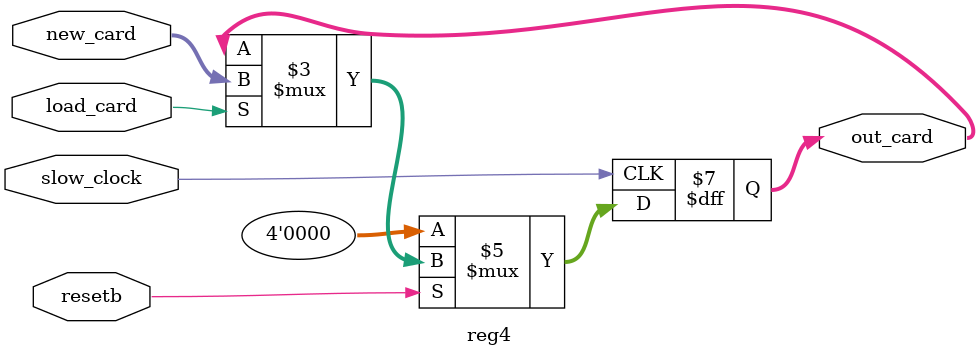
<source format=sv>
module scorehand(input [3:0] card1, input [3:0] card2, input [3:0] card3, output [3:0] total);

// The code describing scorehand will go here.  Remember this is a combinational
// block. The function is described in the handout.  Be sure to review the section
// on representing numbers in the lecture notes.

  reg [3:0] num1;
  reg [3:0] num2;
  reg [3:0] num3;

  always @(card1 or card2 or card3) begin

    if (card1 >= 10 ) begin 
      num1 = 0;
    end
    else begin
      num1 = card1;
    end

    if (card2 >= 10 ) begin
      num2 = 0;
    end
    else begin
      num2 = card2;
    end

    if (card3 >= 10 ) begin
      num3 = 0;
    end
    else begin
      num3 = card3;
    end

  end

  assign total = (num1 + num2 + num3) % 10;


endmodule


module reg4(input logic [3:0] new_card, input logic load_card, input logic resetb, input logic slow_clock, output logic [3:0] out_card); 

  always @(negedge slow_clock) begin
    if(resetb == 0)
      out_card <= 0;
    else
      out_card <= load_card ? new_card:out_card;
  end

endmodule
</source>
